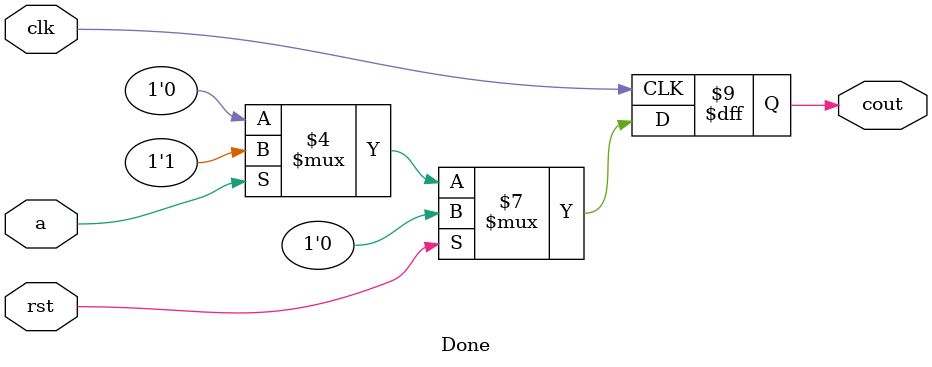
<source format=v>
module Done(clk,rst,a,cout);

input clk,rst,a;
output reg cout;

always@(posedge clk) begin
   if(rst) begin
      cout <= 1'b0;
   end
   else begin
      if(a==1'b1) begin
         cout <= 1'b1;
      end
      else begin
         cout <= 1'b0;
      end
   end
end
endmodule

</source>
